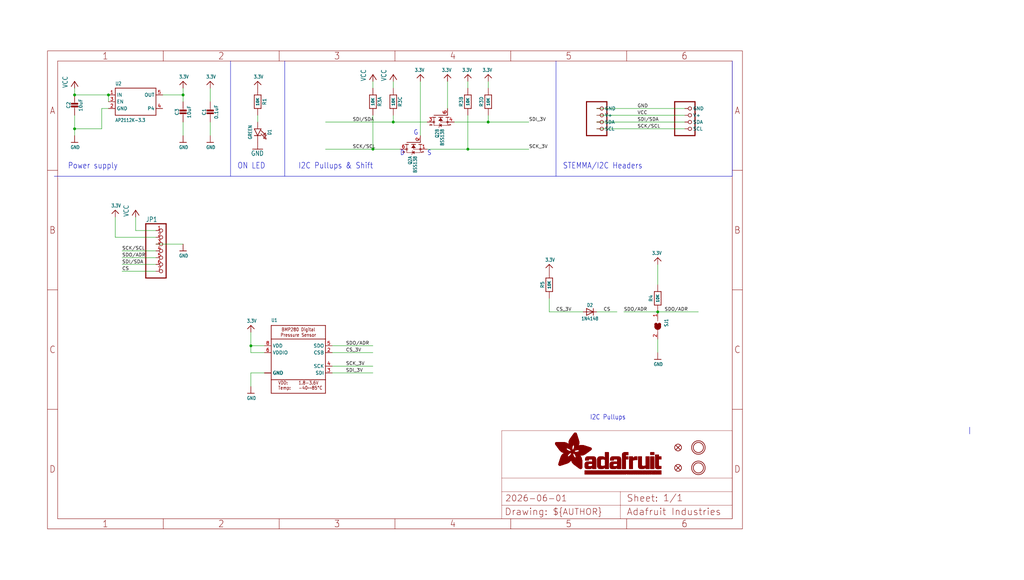
<source format=kicad_sch>
(kicad_sch (version 20230121) (generator eeschema)
  (paper "User" 383.616 217.322)
  (lib_symbols
    (symbol "Adafruit BMP280 STEMMA QT-eagle-import:3.3V" (power)
      (property "Value" "3.3V" (at -1.524 1.016 0))
      (symbol "3.3V_1_0"
        (pin power_in line (at 0 -2.54 90) (length 2.54) (name "3.3V") (number "1"))
      )
    )
    (symbol "Adafruit BMP280 STEMMA QT-eagle-import:BMP280_COMBO"
      (property "Reference" "U" (at -10.16 13.97 0))
      (symbol "BMP280_COMBO_1_0"
        (text "-40~~85°C" (at 0 -11.43 0) (effects (font (size 1.27 1.0795)) (justify left bottom)))
        (text "1.8-3.6V" (at 0 -9.525 0) (effects (font (size 1.27 1.0795)) (justify left bottom)))
        (text "BMP280 Digital\nPressure Sensor" (at 0 10.16 0) (effects (font (size 1.27 1.0795))))
        (text "Temp:" (at -7.62 -11.43 0) (effects (font (size 1.27 1.0795)) (justify left bottom)))
        (text "VDD:" (at -7.62 -9.525 0) (effects (font (size 1.27 1.0795)) (justify left bottom)))
        (pin power_in line (at -12.7 -5.08 0) (length 2.54) (name "GND") (number "1"))
        (pin input line (at 12.7 2.54 180) (length 2.54) (name "CSB") (number "2"))
        (pin input line (at 12.7 -5.08 180) (length 2.54) (name "SDI") (number "3"))
        (pin input line (at 12.7 -2.54 180) (length 2.54) (name "SCK") (number "4"))
        (pin output line (at 12.7 5.08 180) (length 2.54) (name "SDO") (number "5"))
        (pin power_in line (at -12.7 2.54 0) (length 2.54) (name "VDDIO") (number "6"))
        (pin power_in line (at -12.7 -5.08 0) (length 2.54) (name "GND") (number "7"))
        (pin power_in line (at -12.7 5.08 0) (length 2.54) (name "VDD") (number "8"))
      )
    )
    (symbol "Adafruit BMP280 STEMMA QT-eagle-import:CAP_CERAMIC0603_NO"
      (property "Reference" "C" (at -2.29 1.25 90))
      (symbol "CAP_CERAMIC0603_NO_1_0"
        (pin passive line (at 0 5.08 270) (length 2.54) (name "1") (number "1"))
        (pin passive line (at 0 -2.54 90) (length 2.54) (name "2") (number "2"))
      )
    )
    (symbol "Adafruit BMP280 STEMMA QT-eagle-import:CAP_CERAMIC0805-NOOUTLINE"
      (property "Reference" "C" (at -2.29 1.25 90))
      (symbol "CAP_CERAMIC0805-NOOUTLINE_1_0"
        (pin passive line (at 0 5.08 270) (length 2.54) (name "1") (number "1"))
        (pin passive line (at 0 -2.54 90) (length 2.54) (name "2") (number "2"))
      )
    )
    (symbol "Adafruit BMP280 STEMMA QT-eagle-import:DIODESOD-323"
      (property "Reference" "D" (at 0 2.54 0))
      (symbol "DIODESOD-323_1_0"
        (pin passive line (at -2.54 0 0) (length 2.54) (name "A") (number "A"))
        (pin passive line (at 2.54 0 180) (length 2.54) (name "C") (number "C"))
      )
    )
    (symbol "Adafruit BMP280 STEMMA QT-eagle-import:FIDUCIAL_1MM")
    (symbol "Adafruit BMP280 STEMMA QT-eagle-import:FRAME_A4_ADAFRUIT"
      (symbol "FRAME_A4_ADAFRUIT_1_0"
        (text "${#}/${##}" (at 230.505 10.16 0) (effects (font (size 2.54 2.54)) (justify left bottom)))
        (text "${AUTHOR}" (at 189.23 5.08 0) (effects (font (size 2.286 2.286)) (justify left bottom)))
        (text "${CURRENT_DATE}" (at 171.45 10.16 0) (effects (font (size 2.286 2.286)) (justify left bottom)))
        (text "${PROJECTNAME}" (at 171.45 15.24 0) (effects (font (size 2.54 2.54)) (justify left bottom)))
        (text "1" (at 21.6958 1.905 0) (effects (font (size 2.54 2.286))))
        (text "1" (at 21.6958 177.165 0) (effects (font (size 2.54 2.286))))
        (text "2" (at 65.0875 1.905 0) (effects (font (size 2.54 2.286))))
        (text "2" (at 65.0875 177.165 0) (effects (font (size 2.54 2.286))))
        (text "3" (at 108.4792 1.905 0) (effects (font (size 2.54 2.286))))
        (text "3" (at 108.4792 177.165 0) (effects (font (size 2.54 2.286))))
        (text "4" (at 151.8708 1.905 0) (effects (font (size 2.54 2.286))))
        (text "4" (at 151.8708 177.165 0) (effects (font (size 2.54 2.286))))
        (text "5" (at 195.2625 1.905 0) (effects (font (size 2.54 2.286))))
        (text "5" (at 195.2625 177.165 0) (effects (font (size 2.54 2.286))))
        (text "6" (at 238.6542 1.905 0) (effects (font (size 2.54 2.286))))
        (text "6" (at 238.6542 177.165 0) (effects (font (size 2.54 2.286))))
        (text "A" (at 1.905 156.6863 0) (effects (font (size 2.54 2.286))))
        (text "A" (at 258.445 156.6863 0) (effects (font (size 2.54 2.286))))
        (text "Adafruit Industries" (at 216.916 4.953 0) (effects (font (size 2.54 2.54)) (justify left bottom)))
        (text "B" (at 1.905 111.9188 0) (effects (font (size 2.54 2.286))))
        (text "B" (at 258.445 111.9188 0) (effects (font (size 2.54 2.286))))
        (text "C" (at 1.905 67.1513 0) (effects (font (size 2.54 2.286))))
        (text "C" (at 258.445 67.1513 0) (effects (font (size 2.54 2.286))))
        (text "D" (at 1.905 22.3838 0) (effects (font (size 2.54 2.286))))
        (text "D" (at 258.445 22.3838 0) (effects (font (size 2.54 2.286))))
        (text "Drawing:" (at 171.196 4.953 0) (effects (font (size 2.54 2.54)) (justify left bottom)))
        (text "Sheet:" (at 216.916 10.033 0) (effects (font (size 2.54 2.54)) (justify left bottom)))
      )
    )
    (symbol "Adafruit BMP280 STEMMA QT-eagle-import:GND" (power)
      (property "Value" "GND" (at -1.524 -2.54 0))
      (symbol "GND_1_0"
        (pin power_in line (at 0 2.54 270) (length 2.54) (name "GND") (number "1"))
      )
    )
    (symbol "Adafruit BMP280 STEMMA QT-eagle-import:HEADER-1X770MIL"
      (property "Reference" "JP" (at -6.35 10.795 0))
      (symbol "HEADER-1X770MIL_1_0"
        (pin passive inverted (at -2.54 7.62 0) (length 2.54) (name "1") (number "1"))
        (pin passive inverted (at -2.54 5.08 0) (length 2.54) (name "2") (number "2"))
        (pin passive inverted (at -2.54 2.54 0) (length 2.54) (name "3") (number "3"))
        (pin passive inverted (at -2.54 0 0) (length 2.54) (name "4") (number "4"))
        (pin passive inverted (at -2.54 -2.54 0) (length 2.54) (name "5") (number "5"))
        (pin passive inverted (at -2.54 -5.08 0) (length 2.54) (name "6") (number "6"))
        (pin passive inverted (at -2.54 -7.62 0) (length 2.54) (name "7") (number "7"))
      )
    )
    (symbol "Adafruit BMP280 STEMMA QT-eagle-import:LED0603_NOOUTLINE"
      (property "Reference" "D" (at -1.27 4.445 0))
      (symbol "LED0603_NOOUTLINE_1_0"
        (pin passive line (at -5.08 0 0) (length 2.54) (name "A") (number "A"))
        (pin passive line (at 2.54 0 180) (length 2.54) (name "C") (number "C"))
      )
    )
    (symbol "Adafruit BMP280 STEMMA QT-eagle-import:MOSFET-N_DUAL"
      (property "Reference" "Q" (at 5.08 0.635 0))
      (symbol "MOSFET-N_DUAL_1_0"
        (text "D" (at 3.175 3.175 0) (effects (font (size 0.8128 0.6908)) (justify left bottom)))
        (text "G" (at -1.27 -1.905 0) (effects (font (size 0.8128 0.6908)) (justify left bottom)))
        (text "S" (at 3.175 -3.81 0) (effects (font (size 0.8128 0.6908)) (justify left bottom)))
        (pin bidirectional line (at 2.54 -5.08 90) (length 2.54) (name "S") (number "1"))
        (pin bidirectional line (at -2.54 -2.54 0) (length 2.54) (name "G") (number "2"))
        (pin bidirectional line (at 2.54 5.08 270) (length 2.54) (name "D") (number "6"))
      )
      (symbol "MOSFET-N_DUAL_2_0"
        (text "D" (at 3.175 3.175 0) (effects (font (size 0.8128 0.6908)) (justify left bottom)))
        (text "G" (at -1.27 -1.905 0) (effects (font (size 0.8128 0.6908)) (justify left bottom)))
        (text "S" (at 3.175 -3.81 0) (effects (font (size 0.8128 0.6908)) (justify left bottom)))
        (pin bidirectional line (at 2.54 5.08 270) (length 2.54) (name "D") (number "3"))
        (pin bidirectional line (at 2.54 -5.08 90) (length 2.54) (name "S") (number "4"))
        (pin bidirectional line (at -2.54 -2.54 0) (length 2.54) (name "G") (number "5"))
      )
    )
    (symbol "Adafruit BMP280 STEMMA QT-eagle-import:MOUNTINGHOLE2.5")
    (symbol "Adafruit BMP280 STEMMA QT-eagle-import:RESISTOR_0603_NOOUT"
      (property "Reference" "R" (at 0 2.54 0))
      (symbol "RESISTOR_0603_NOOUT_1_0"
        (pin passive line (at -5.08 0 0) (length 2.54) (name "1") (number "1"))
        (pin passive line (at 5.08 0 180) (length 2.54) (name "2") (number "2"))
      )
    )
    (symbol "Adafruit BMP280 STEMMA QT-eagle-import:RESISTOR_4PACK"
      (property "Reference" "R" (at 0 2.54 0))
      (symbol "RESISTOR_4PACK_1_0"
        (pin passive line (at -5.08 0 0) (length 2.54) (name "1") (number "1"))
        (pin passive line (at 5.08 0 180) (length 2.54) (name "2") (number "8"))
      )
      (symbol "RESISTOR_4PACK_2_0"
        (pin passive line (at -5.08 0 0) (length 2.54) (name "1") (number "2"))
        (pin passive line (at 5.08 0 180) (length 2.54) (name "2") (number "7"))
      )
      (symbol "RESISTOR_4PACK_3_0"
        (pin passive line (at -5.08 0 0) (length 2.54) (name "1") (number "3"))
        (pin passive line (at 5.08 0 180) (length 2.54) (name "2") (number "6"))
      )
      (symbol "RESISTOR_4PACK_4_0"
        (pin passive line (at -5.08 0 0) (length 2.54) (name "1") (number "4"))
        (pin passive line (at 5.08 0 180) (length 2.54) (name "2") (number "5"))
      )
    )
    (symbol "Adafruit BMP280 STEMMA QT-eagle-import:SOLDERJUMPER"
      (property "Reference" "SJ" (at -2.54 2.54 0))
      (symbol "SOLDERJUMPER_1_0"
        (pin passive line (at -5.08 0 0) (length 2.54) (name "1") (number "1"))
        (pin passive line (at 5.08 0 180) (length 2.54) (name "2") (number "2"))
      )
    )
    (symbol "Adafruit BMP280 STEMMA QT-eagle-import:STEMMA_I2C_QT"
      (symbol "STEMMA_I2C_QT_1_0"
        (pin passive inverted (at 0 5.08 0) (length 2.54) (name "GND") (number "1"))
        (pin passive inverted (at 0 2.54 0) (length 2.54) (name "V+") (number "2"))
        (pin passive inverted (at 0 0 0) (length 2.54) (name "SDA") (number "3"))
        (pin passive inverted (at 0 -2.54 0) (length 2.54) (name "SCL") (number "4"))
      )
      (symbol "STEMMA_I2C_QT_2_0"
        (pin bidirectional line (at 0 0 0) (length 5.08) (name "MT") (number "MT1"))
      )
      (symbol "STEMMA_I2C_QT_3_0"
        (pin bidirectional line (at 0 0 0) (length 5.08) (name "MT") (number "MT2"))
      )
    )
    (symbol "Adafruit BMP280 STEMMA QT-eagle-import:VCC" (power)
      (property "Value" "VCC" (at -2.54 -2.54 90))
      (symbol "VCC_1_0"
        (pin power_in line (at 0 -2.54 90) (length 2.54) (name "VCC") (number "1"))
      )
    )
    (symbol "Adafruit BMP280 STEMMA QT-eagle-import:VREG_SOT23-5"
      (property "Reference" "U" (at -7.62 6.096 0))
      (symbol "VREG_SOT23-5_1_0"
        (pin power_in line (at -10.16 2.54 0) (length 2.54) (name "IN") (number "1"))
        (pin power_in line (at -10.16 -2.54 0) (length 2.54) (name "GND") (number "2"))
        (pin input line (at -10.16 0 0) (length 2.54) (name "EN") (number "3"))
        (pin bidirectional line (at 10.16 -2.54 180) (length 2.54) (name "P4") (number "4"))
        (pin power_in line (at 10.16 2.54 180) (length 2.54) (name "OUT") (number "5"))
      )
    )
    (symbol "Adafruit BMP280 STEMMA QT-eagle-import:supply1_GND" (power)
      (property "Value" "supply1_GND" (at -2.54 -2.54 0))
      (symbol "supply1_GND_1_0"
        (pin power_in line (at 0 2.54 270) (length 2.54) (name "GND") (number "1"))
      )
    )
  )
  (junction (at 182.88 45.72))
  (junction (at 27.94 48.26))
  (junction (at 175.26 55.88))
  (junction (at 93.98 129.54))
  (junction (at 68.58 35.56))
  (junction (at 139.7 55.88))
  (junction (at 246.38 116.84))
  (junction (at 27.94 35.56))
  (junction (at 147.32 45.72))
  (junction (at 40.64 35.56))
  (wire (pts (xy 139.7 137.16) (xy 124.46 137.16)) (stroke (width 0.1524)))
  (wire (pts (xy 175.26 33.02) (xy 175.26 30.48)) (stroke (width 0.1524)))
  (wire (pts (xy 40.64 35.56) (xy 27.94 35.56)) (stroke (width 0.1524)))
  (wire (pts (xy 93.98 129.54) (xy 93.98 124.46)) (stroke (width 0.1524)))
  (wire (pts (xy 96.52 45.72) (xy 96.52 43.18)) (stroke (width 0.1524)))
  (wire (pts (xy 68.58 35.56) (xy 68.58 38.1)) (stroke (width 0.1524)))
  (wire (pts (xy 246.38 106.68) (xy 246.38 99.06)) (stroke (width 0.1524)))
  (wire (pts (xy 256.54 45.72) (xy 223.52 45.72)) (stroke (width 0.1524)))
  (wire (pts (xy 157.48 50.8) (xy 157.48 30.48)) (stroke (width 0.1524)))
  (wire (pts (xy 246.38 132.08) (xy 246.38 127)) (stroke (width 0.1524)))
  (wire (pts (xy 160.02 45.72) (xy 147.32 45.72)) (stroke (width 0.1524)))
  (wire (pts (xy 27.94 48.26) (xy 27.94 43.18)) (stroke (width 0.1524)))
  (wire (pts (xy 58.42 99.06) (xy 45.72 99.06)) (stroke (width 0.1524)))
  (wire (pts (xy 256.54 40.64) (xy 223.52 40.64)) (stroke (width 0.1524)))
  (wire (pts (xy 149.86 55.88) (xy 139.7 55.88)) (stroke (width 0.1524)))
  (wire (pts (xy 139.7 30.48) (xy 139.7 33.02)) (stroke (width 0.1524)))
  (wire (pts (xy 139.7 129.54) (xy 124.46 129.54)) (stroke (width 0.1524)))
  (wire (pts (xy 50.8 86.36) (xy 50.8 81.28)) (stroke (width 0.1524)))
  (wire (pts (xy 40.64 38.1) (xy 40.64 35.56)) (stroke (width 0.1524)))
  (polyline (pts (xy 208.28 22.86) (xy 208.28 66.04)) (stroke (width 0.1524) (type solid)))
  (wire (pts (xy 147.32 43.18) (xy 147.32 45.72)) (stroke (width 0.1524)))
  (wire (pts (xy 58.42 86.36) (xy 50.8 86.36)) (stroke (width 0.1524)))
  (wire (pts (xy 139.7 55.88) (xy 121.92 55.88)) (stroke (width 0.1524)))
  (wire (pts (xy 99.06 132.08) (xy 93.98 132.08)) (stroke (width 0.1524)))
  (wire (pts (xy 160.02 55.88) (xy 175.26 55.88)) (stroke (width 0.1524)))
  (polyline (pts (xy 274.32 22.86) (xy 274.32 66.04)) (stroke (width 0.1524) (type solid)))
  (wire (pts (xy 58.42 88.9) (xy 43.18 88.9)) (stroke (width 0.1524)))
  (wire (pts (xy 58.42 101.6) (xy 45.72 101.6)) (stroke (width 0.1524)))
  (wire (pts (xy 218.44 116.84) (xy 205.74 116.84)) (stroke (width 0.1524)))
  (wire (pts (xy 68.58 35.56) (xy 68.58 33.02)) (stroke (width 0.1524)))
  (wire (pts (xy 147.32 33.02) (xy 147.32 30.48)) (stroke (width 0.1524)))
  (wire (pts (xy 139.7 43.18) (xy 139.7 55.88)) (stroke (width 0.1524)))
  (wire (pts (xy 182.88 43.18) (xy 182.88 45.72)) (stroke (width 0.1524)))
  (wire (pts (xy 124.46 139.7) (xy 139.7 139.7)) (stroke (width 0.1524)))
  (wire (pts (xy 124.46 132.08) (xy 139.7 132.08)) (stroke (width 0.1524)))
  (wire (pts (xy 38.1 40.64) (xy 38.1 48.26)) (stroke (width 0.1524)))
  (wire (pts (xy 68.58 45.72) (xy 68.58 50.8)) (stroke (width 0.1524)))
  (polyline (pts (xy 208.28 66.04) (xy 274.32 66.04)) (stroke (width 0.1524) (type solid)))
  (polyline (pts (xy 86.36 22.86) (xy 86.36 66.04)) (stroke (width 0.1524) (type solid)))
  (wire (pts (xy 170.18 45.72) (xy 182.88 45.72)) (stroke (width 0.1524)))
  (wire (pts (xy 223.52 116.84) (xy 231.14 116.84)) (stroke (width 0.1524)))
  (wire (pts (xy 167.64 40.64) (xy 167.64 30.48)) (stroke (width 0.1524)))
  (wire (pts (xy 175.26 43.18) (xy 175.26 55.88)) (stroke (width 0.1524)))
  (wire (pts (xy 147.32 45.72) (xy 121.92 45.72)) (stroke (width 0.1524)))
  (wire (pts (xy 205.74 116.84) (xy 205.74 111.76)) (stroke (width 0.1524)))
  (polyline (pts (xy 86.36 66.04) (xy 106.68 66.04)) (stroke (width 0.1524) (type solid)))
  (wire (pts (xy 93.98 132.08) (xy 93.98 129.54)) (stroke (width 0.1524)))
  (wire (pts (xy 223.52 48.26) (xy 256.54 48.26)) (stroke (width 0.1524)))
  (wire (pts (xy 43.18 88.9) (xy 43.18 81.28)) (stroke (width 0.1524)))
  (wire (pts (xy 78.74 33.02) (xy 78.74 38.1)) (stroke (width 0.1524)))
  (wire (pts (xy 99.06 129.54) (xy 93.98 129.54)) (stroke (width 0.1524)))
  (wire (pts (xy 246.38 116.84) (xy 261.62 116.84)) (stroke (width 0.1524)))
  (wire (pts (xy 58.42 91.44) (xy 68.58 91.44)) (stroke (width 0.1524)))
  (wire (pts (xy 78.74 45.72) (xy 78.74 50.8)) (stroke (width 0.1524)))
  (polyline (pts (xy 363.22 162.56) (xy 363.22 160.02)) (stroke (width 0.1524) (type solid)))
  (wire (pts (xy 40.64 40.64) (xy 38.1 40.64)) (stroke (width 0.1524)))
  (wire (pts (xy 58.42 96.52) (xy 45.72 96.52)) (stroke (width 0.1524)))
  (wire (pts (xy 38.1 48.26) (xy 27.94 48.26)) (stroke (width 0.1524)))
  (wire (pts (xy 58.42 93.98) (xy 45.72 93.98)) (stroke (width 0.1524)))
  (wire (pts (xy 27.94 33.02) (xy 27.94 35.56)) (stroke (width 0.1524)))
  (wire (pts (xy 27.94 48.26) (xy 27.94 50.8)) (stroke (width 0.1524)))
  (wire (pts (xy 182.88 33.02) (xy 182.88 30.48)) (stroke (width 0.1524)))
  (wire (pts (xy 223.52 43.18) (xy 256.54 43.18)) (stroke (width 0.1524)))
  (polyline (pts (xy 106.68 22.86) (xy 106.68 66.04)) (stroke (width 0.1524) (type solid)))
  (polyline (pts (xy 106.68 66.04) (xy 208.28 66.04)) (stroke (width 0.1524) (type solid)))
  (wire (pts (xy 246.38 116.84) (xy 233.68 116.84)) (stroke (width 0.1524)))
  (wire (pts (xy 99.06 139.7) (xy 93.98 139.7)) (stroke (width 0.1524)))
  (wire (pts (xy 175.26 55.88) (xy 198.12 55.88)) (stroke (width 0.1524)))
  (wire (pts (xy 182.88 45.72) (xy 198.12 45.72)) (stroke (width 0.1524)))
  (wire (pts (xy 93.98 139.7) (xy 93.98 144.78)) (stroke (width 0.1524)))
  (wire (pts (xy 60.96 35.56) (xy 68.58 35.56)) (stroke (width 0.1524)))
  (polyline (pts (xy 20.32 66.04) (xy 86.36 66.04)) (stroke (width 0.1524) (type solid)))
  (text "I2C Pullups" (at 220.98 157.48 0) (effects (font (size 1.778 1.5113)) (justify left bottom)))
  (text "I2C Pullups & Shift" (at 111.76 63.5 0) (effects (font (size 2.1844 1.8567)) (justify left bottom)))
  (text "D" (at 149.86 58.42 0) (effects (font (size 1.778 1.5113)) (justify left bottom)))
  (text "STEMMA/I2C Headers" (at 210.82 63.5 0) (effects (font (size 2.1844 1.8567)) (justify left bottom)))
  (text "ON LED" (at 88.9 63.5 0) (effects (font (size 2.1844 1.8567)) (justify left bottom)))
  (text "S" (at 160.02 58.42 0) (effects (font (size 1.778 1.5113)) (justify left bottom)))
  (text "Power supply" (at 25.4 63.5 0) (effects (font (size 2.1844 1.8567)) (justify left bottom)))
  (text "G" (at 154.94 50.8 0) (effects (font (size 1.778 1.5113)) (justify left bottom)))
  (label "SCK_3V" (at 198.12 55.88 0) (effects (font (size 1.2446 1.2446))))
  (label "CS" (at 226.06 116.84 0) (effects (font (size 1.2446 1.2446))))
  (label "SCK/SCL" (at 132.08 55.88 0) (effects (font (size 1.2446 1.2446))))
  (label "SDO/ADR" (at 45.72 96.52 0) (effects (font (size 1.2446 1.2446))))
  (label "SCK/SCL" (at 45.72 93.98 0) (effects (font (size 1.2446 1.2446))))
  (label "CS_3V" (at 208.28 116.84 0) (effects (font (size 1.2446 1.2446))))
  (label "SDO/ADR" (at 248.92 116.84 0) (effects (font (size 1.2446 1.2446))))
  (label "SDI/SDA" (at 45.72 99.06 0) (effects (font (size 1.2446 1.2446))))
  (label "CS_3V" (at 129.54 132.08 0) (effects (font (size 1.2446 1.2446))))
  (label "SCK/SCL" (at 238.76 48.26 0) (effects (font (size 1.2446 1.2446))))
  (label "SDO/ADR" (at 129.54 129.54 0) (effects (font (size 1.2446 1.2446))))
  (label "SCK_3V" (at 129.54 137.16 0) (effects (font (size 1.2446 1.2446))))
  (label "SDI/SDA" (at 238.76 45.72 0) (effects (font (size 1.2446 1.2446))))
  (label "SDO/ADR" (at 233.68 116.84 0) (effects (font (size 1.2446 1.2446))))
  (label "VCC" (at 238.76 43.18 0) (effects (font (size 1.2446 1.2446))))
  (label "CS" (at 45.72 101.6 0) (effects (font (size 1.2446 1.2446))))
  (label "SDI_3V" (at 129.54 139.7 0) (effects (font (size 1.2446 1.2446))))
  (label "GND" (at 238.76 40.64 0) (effects (font (size 1.2446 1.2446))))
  (label "SDI_3V" (at 198.12 45.72 0) (effects (font (size 1.2446 1.2446))))
  (label "SDI/SDA" (at 132.08 45.72 0) (effects (font (size 1.2446 1.2446))))
  (symbol (lib_id "Adafruit BMP280 STEMMA QT-eagle-import:RESISTOR_0603_NOOUT") (at 246.38 111.76 90) (unit 1)
    (property "Reference" "R4" (at 243.84 111.76 0))
    (property "Value" "10K" (at 246.38 111.76 0) (effects (font (size 1.016 1.016) bold)))
    (property "Footprint" "Adafruit BMP280 STEMMA QT:0603-NO" (effects hide))
  )
  (symbol (lib_id "Adafruit BMP280 STEMMA QT-eagle-import:VCC") (at 50.8 78.74 0) (unit 1)
    (property "Reference" "#P+4" (effects hide))
    (property "Value" "VCC" (at 48.26 81.28 90) (effects (font (size 1.778 1.5113)) (justify left bottom)))
  )
  (symbol (lib_id "Adafruit BMP280 STEMMA QT-eagle-import:3.3V") (at 157.48 27.94 0) (mirror y) (unit 1)
    (property "Reference" "#U$26" (effects hide))
    (property "Value" "3.3V" (at 159.004 26.924 0) (effects (font (size 1.27 1.0795)) (justify left bottom)))
  )
  (symbol (lib_id "Adafruit BMP280 STEMMA QT-eagle-import:GND") (at 93.98 147.32 0) (unit 1)
    (property "Reference" "#U$19" (effects hide))
    (property "Value" "GND" (at 92.456 149.86 0) (effects (font (size 1.27 1.0795)) (justify left bottom)))
  )
  (symbol (lib_id "Adafruit BMP280 STEMMA QT-eagle-import:3.3V") (at 43.18 78.74 0) (unit 1)
    (property "Reference" "#U$16" (effects hide))
    (property "Value" "3.3V" (at 41.656 77.724 0) (effects (font (size 1.27 1.0795)) (justify left bottom)))
  )
  (symbol (lib_id "Adafruit BMP280 STEMMA QT-eagle-import:HEADER-1X770MIL") (at 60.96 93.98 0) (unit 1)
    (property "Reference" "JP1" (at 54.61 83.185 0) (effects (font (size 1.778 1.5113)) (justify left bottom)))
    (property "Value" "HEADER-1X770MIL" (effects hide))
    (property "Footprint" "Adafruit BMP280 STEMMA QT:1X07_ROUND_70" (effects hide))
  )
  (symbol (lib_id "Adafruit BMP280 STEMMA QT-eagle-import:VCC") (at 27.94 30.48 0) (unit 1)
    (property "Reference" "#P+3" (effects hide))
    (property "Value" "VCC" (at 25.4 33.02 90) (effects (font (size 1.778 1.5113)) (justify left bottom)))
  )
  (symbol (lib_id "Adafruit BMP280 STEMMA QT-eagle-import:MOUNTINGHOLE2.5") (at 261.62 167.64 0) (unit 1)
    (property "Reference" "U$17" (effects hide))
    (property "Value" "MOUNTINGHOLE2.5" (effects hide))
    (property "Footprint" "Adafruit BMP280 STEMMA QT:MOUNTINGHOLE_2.5_PLATED" (effects hide))
  )
  (symbol (lib_id "Adafruit BMP280 STEMMA QT-eagle-import:GND") (at 78.74 53.34 0) (unit 1)
    (property "Reference" "#U$6" (effects hide))
    (property "Value" "GND" (at 77.216 55.88 0) (effects (font (size 1.27 1.0795)) (justify left bottom)))
  )
  (symbol (lib_id "Adafruit BMP280 STEMMA QT-eagle-import:GND") (at 68.58 93.98 0) (unit 1)
    (property "Reference" "#U$10" (effects hide))
    (property "Value" "GND" (at 67.056 96.52 0) (effects (font (size 1.27 1.0795)) (justify left bottom)))
  )
  (symbol (lib_id "Adafruit BMP280 STEMMA QT-eagle-import:GND") (at 246.38 134.62 0) (unit 1)
    (property "Reference" "#U$9" (effects hide))
    (property "Value" "GND" (at 244.856 137.16 0) (effects (font (size 1.27 1.0795)) (justify left bottom)))
  )
  (symbol (lib_id "Adafruit BMP280 STEMMA QT-eagle-import:RESISTOR_0603_NOOUT") (at 205.74 106.68 90) (unit 1)
    (property "Reference" "R5" (at 203.2 106.68 0))
    (property "Value" "10K" (at 205.74 106.68 0) (effects (font (size 1.016 1.016) bold)))
    (property "Footprint" "Adafruit BMP280 STEMMA QT:0603-NO" (effects hide))
  )
  (symbol (lib_id "Adafruit BMP280 STEMMA QT-eagle-import:RESISTOR_0603_NOOUT") (at 96.52 38.1 270) (unit 1)
    (property "Reference" "R1" (at 99.06 38.1 0))
    (property "Value" "10K" (at 96.52 38.1 0) (effects (font (size 1.016 1.016) bold)))
    (property "Footprint" "Adafruit BMP280 STEMMA QT:0603-NO" (effects hide))
  )
  (symbol (lib_id "Adafruit BMP280 STEMMA QT-eagle-import:3.3V") (at 93.98 121.92 0) (unit 1)
    (property "Reference" "#U$12" (effects hide))
    (property "Value" "3.3V" (at 92.456 120.904 0) (effects (font (size 1.27 1.0795)) (justify left bottom)))
  )
  (symbol (lib_id "Adafruit BMP280 STEMMA QT-eagle-import:3.3V") (at 78.74 30.48 0) (unit 1)
    (property "Reference" "#U$14" (effects hide))
    (property "Value" "3.3V" (at 77.216 29.464 0) (effects (font (size 1.27 1.0795)) (justify left bottom)))
  )
  (symbol (lib_id "Adafruit BMP280 STEMMA QT-eagle-import:MOSFET-N_DUAL") (at 165.1 43.18 90) (mirror x) (unit 2)
    (property "Reference" "Q2" (at 164.465 48.26 0) (effects (font (size 1.27 1.0795)) (justify left bottom)))
    (property "Value" "BSS138" (at 166.37 48.26 0) (effects (font (size 1.27 1.0795)) (justify left bottom)))
    (property "Footprint" "Adafruit BMP280 STEMMA QT:SOT363" (effects hide))
  )
  (symbol (lib_id "Adafruit BMP280 STEMMA QT-eagle-import:FRAME_A4_ADAFRUIT") (at 17.78 198.12 0) (unit 1)
    (property "Reference" "#U$18" (effects hide))
    (property "Value" "FRAME_A4_ADAFRUIT" (effects hide))
  )
  (symbol (lib_id "Adafruit BMP280 STEMMA QT-eagle-import:RESISTOR_4PACK") (at 139.7 38.1 270) (unit 1)
    (property "Reference" "R3" (at 142.24 38.1 0))
    (property "Value" "10K" (at 139.7 38.1 0) (effects (font (size 1.016 1.016) bold)))
    (property "Footprint" "Adafruit BMP280 STEMMA QT:RESPACK_4X0603" (effects hide))
  )
  (symbol (lib_id "Adafruit BMP280 STEMMA QT-eagle-import:3.3V") (at 175.26 27.94 0) (mirror y) (unit 1)
    (property "Reference" "#U$24" (effects hide))
    (property "Value" "3.3V" (at 176.784 26.924 0) (effects (font (size 1.27 1.0795)) (justify left bottom)))
  )
  (symbol (lib_id "Adafruit BMP280 STEMMA QT-eagle-import:3.3V") (at 182.88 27.94 0) (mirror y) (unit 1)
    (property "Reference" "#U$7" (effects hide))
    (property "Value" "3.3V" (at 184.404 26.924 0) (effects (font (size 1.27 1.0795)) (justify left bottom)))
  )
  (symbol (lib_id "Adafruit BMP280 STEMMA QT-eagle-import:STEMMA_I2C_QT") (at 223.52 45.72 0) (unit 1)
    (property "Reference" "CONN3" (effects hide))
    (property "Value" "STEMMA_I2C_QT" (effects hide))
    (property "Footprint" "Adafruit BMP280 STEMMA QT:JST_SH4" (effects hide))
  )
  (symbol (lib_id "Adafruit BMP280 STEMMA QT-eagle-import:GND") (at 27.94 53.34 0) (unit 1)
    (property "Reference" "#U$13" (effects hide))
    (property "Value" "GND" (at 26.416 55.88 0) (effects (font (size 1.27 1.0795)) (justify left bottom)))
  )
  (symbol (lib_id "Adafruit BMP280 STEMMA QT-eagle-import:RESISTOR_4PACK") (at 182.88 38.1 90) (mirror x) (unit 4)
    (property "Reference" "R3" (at 180.34 38.1 0))
    (property "Value" "10K" (at 182.88 38.1 0) (effects (font (size 1.016 1.016) bold)))
    (property "Footprint" "Adafruit BMP280 STEMMA QT:RESPACK_4X0603" (effects hide))
  )
  (symbol (lib_id "Adafruit BMP280 STEMMA QT-eagle-import:MOSFET-N_DUAL") (at 154.94 53.34 90) (mirror x) (unit 1)
    (property "Reference" "Q2" (at 154.305 58.42 0) (effects (font (size 1.27 1.0795)) (justify left bottom)))
    (property "Value" "BSS138" (at 156.21 58.42 0) (effects (font (size 1.27 1.0795)) (justify left bottom)))
    (property "Footprint" "Adafruit BMP280 STEMMA QT:SOT363" (effects hide))
  )
  (symbol (lib_id "Adafruit BMP280 STEMMA QT-eagle-import:VCC") (at 147.32 27.94 0) (unit 1)
    (property "Reference" "#P+2" (effects hide))
    (property "Value" "VCC" (at 144.78 30.48 90) (effects (font (size 1.778 1.5113)) (justify left bottom)))
  )
  (symbol (lib_id "Adafruit BMP280 STEMMA QT-eagle-import:MOUNTINGHOLE2.5") (at 261.62 175.26 0) (unit 1)
    (property "Reference" "U$1" (effects hide))
    (property "Value" "MOUNTINGHOLE2.5" (effects hide))
    (property "Footprint" "Adafruit BMP280 STEMMA QT:MOUNTINGHOLE_2.5_PLATED" (effects hide))
  )
  (symbol (lib_id "Adafruit BMP280 STEMMA QT-eagle-import:CAP_CERAMIC0805-NOOUTLINE") (at 27.94 40.64 0) (unit 1)
    (property "Reference" "C2" (at 25.65 39.39 90))
    (property "Value" "10uF" (at 30.24 39.39 90))
    (property "Footprint" "Adafruit BMP280 STEMMA QT:0805-NO" (effects hide))
  )
  (symbol (lib_id "Adafruit BMP280 STEMMA QT-eagle-import:RESISTOR_4PACK") (at 175.26 38.1 90) (mirror x) (unit 2)
    (property "Reference" "R3" (at 172.72 38.1 0))
    (property "Value" "10K" (at 175.26 38.1 0) (effects (font (size 1.016 1.016) bold)))
    (property "Footprint" "Adafruit BMP280 STEMMA QT:RESPACK_4X0603" (effects hide))
  )
  (symbol (lib_id "Adafruit BMP280 STEMMA QT-eagle-import:BMP280_COMBO") (at 111.76 134.62 0) (unit 1)
    (property "Reference" "U1" (at 101.6 120.65 0) (effects (font (size 1.27 1.0795)) (justify left bottom)))
    (property "Value" "BMP280_COMBO" (effects hide))
    (property "Footprint" "Adafruit BMP280 STEMMA QT:BMX280_COMBO" (effects hide))
  )
  (symbol (lib_id "Adafruit BMP280 STEMMA QT-eagle-import:3.3V") (at 246.38 96.52 0) (mirror y) (unit 1)
    (property "Reference" "#U$8" (effects hide))
    (property "Value" "3.3V" (at 247.904 95.504 0) (effects (font (size 1.27 1.0795)) (justify left bottom)))
  )
  (symbol (lib_id "Adafruit BMP280 STEMMA QT-eagle-import:SOLDERJUMPER") (at 246.38 121.92 270) (unit 1)
    (property "Reference" "SJ1" (at 248.92 119.38 0) (effects (font (size 1.27 1.0795)) (justify left bottom)))
    (property "Value" "SOLDERJUMPER" (effects hide))
    (property "Footprint" "Adafruit BMP280 STEMMA QT:SOLDERJUMPER_ARROW_NOPASTE" (effects hide))
  )
  (symbol (lib_id "Adafruit BMP280 STEMMA QT-eagle-import:FIDUCIAL_1MM") (at 254 175.26 0) (unit 1)
    (property "Reference" "FID3" (effects hide))
    (property "Value" "FIDUCIAL_1MM" (effects hide))
    (property "Footprint" "Adafruit BMP280 STEMMA QT:FIDUCIAL_1MM" (effects hide))
  )
  (symbol (lib_id "Adafruit BMP280 STEMMA QT-eagle-import:3.3V") (at 167.64 27.94 0) (mirror y) (unit 1)
    (property "Reference" "#U$23" (effects hide))
    (property "Value" "3.3V" (at 169.164 26.924 0) (effects (font (size 1.27 1.0795)) (justify left bottom)))
  )
  (symbol (lib_id "Adafruit BMP280 STEMMA QT-eagle-import:DIODESOD-323") (at 220.98 116.84 0) (unit 1)
    (property "Reference" "D2" (at 220.98 114.3 0) (effects (font (size 1.27 1.0795))))
    (property "Value" "1N4148" (at 220.98 119.34 0) (effects (font (size 1.27 1.0795))))
    (property "Footprint" "Adafruit BMP280 STEMMA QT:SOD-323" (effects hide))
  )
  (symbol (lib_id "Adafruit BMP280 STEMMA QT-eagle-import:GND") (at 68.58 53.34 0) (unit 1)
    (property "Reference" "#U$5" (effects hide))
    (property "Value" "GND" (at 67.056 55.88 0) (effects (font (size 1.27 1.0795)) (justify left bottom)))
  )
  (symbol (lib_id "Adafruit BMP280 STEMMA QT-eagle-import:LED0603_NOOUTLINE") (at 96.52 50.8 270) (unit 1)
    (property "Reference" "D1" (at 100.965 49.53 0) (effects (font (size 1.27 1.0795))))
    (property "Value" "GREEN" (at 93.726 49.53 0) (effects (font (size 1.27 1.0795))))
    (property "Footprint" "Adafruit BMP280 STEMMA QT:CHIPLED_0603_NOOUTLINE" (effects hide))
  )
  (symbol (lib_id "Adafruit BMP280 STEMMA QT-eagle-import:supply1_GND") (at 96.52 55.88 0) (unit 1)
    (property "Reference" "#GND6" (effects hide))
    (property "Value" "GND" (at 93.98 58.42 0) (effects (font (size 1.778 1.5113)) (justify left bottom)))
  )
  (symbol (lib_id "Adafruit BMP280 STEMMA QT-eagle-import:CAP_CERAMIC0805-NOOUTLINE") (at 68.58 43.18 0) (unit 1)
    (property "Reference" "C3" (at 66.29 41.93 90))
    (property "Value" "10uF" (at 70.88 41.93 90))
    (property "Footprint" "Adafruit BMP280 STEMMA QT:0805-NO" (effects hide))
  )
  (symbol (lib_id "Adafruit BMP280 STEMMA QT-eagle-import:VCC") (at 139.7 27.94 0) (unit 1)
    (property "Reference" "#P+1" (effects hide))
    (property "Value" "VCC" (at 137.16 30.48 90) (effects (font (size 1.778 1.5113)) (justify left bottom)))
  )
  (symbol (lib_id "Adafruit BMP280 STEMMA QT-eagle-import:VREG_SOT23-5") (at 50.8 38.1 0) (unit 1)
    (property "Reference" "U2" (at 43.18 32.004 0) (effects (font (size 1.27 1.0795)) (justify left bottom)))
    (property "Value" "AP2112K-3.3" (at 43.18 45.72 0) (effects (font (size 1.27 1.0795)) (justify left bottom)))
    (property "Footprint" "Adafruit BMP280 STEMMA QT:SOT23-5" (effects hide))
  )
  (symbol (lib_id "Adafruit BMP280 STEMMA QT-eagle-import:3.3V") (at 205.74 99.06 0) (unit 1)
    (property "Reference" "#U$42" (effects hide))
    (property "Value" "3.3V" (at 204.216 98.044 0) (effects (font (size 1.27 1.0795)) (justify left bottom)))
  )
  (symbol (lib_id "Adafruit BMP280 STEMMA QT-eagle-import:CAP_CERAMIC0603_NO") (at 78.74 43.18 0) (unit 1)
    (property "Reference" "C1" (at 76.45 41.93 90))
    (property "Value" "0.1uF" (at 81.04 41.93 90))
    (property "Footprint" "Adafruit BMP280 STEMMA QT:0603-NO" (effects hide))
  )
  (symbol (lib_id "Adafruit BMP280 STEMMA QT-eagle-import:STEMMA_I2C_QT") (at 256.54 45.72 0) (unit 1)
    (property "Reference" "CONN4" (effects hide))
    (property "Value" "STEMMA_I2C_QT" (effects hide))
    (property "Footprint" "Adafruit BMP280 STEMMA QT:JST_SH4" (effects hide))
  )
  (symbol (lib_id "Adafruit BMP280 STEMMA QT-eagle-import:3.3V") (at 96.52 30.48 0) (unit 1)
    (property "Reference" "#U$3" (effects hide))
    (property "Value" "3.3V" (at 94.996 29.464 0) (effects (font (size 1.27 1.0795)) (justify left bottom)))
  )
  (symbol (lib_id "Adafruit BMP280 STEMMA QT-eagle-import:3.3V") (at 68.58 30.48 0) (unit 1)
    (property "Reference" "#U$15" (effects hide))
    (property "Value" "3.3V" (at 67.056 29.464 0) (effects (font (size 1.27 1.0795)) (justify left bottom)))
  )
  (symbol (lib_id "Adafruit BMP280 STEMMA QT-eagle-import:RESISTOR_4PACK") (at 147.32 38.1 270) (unit 3)
    (property "Reference" "R3" (at 149.86 38.1 0))
    (property "Value" "10K" (at 147.32 38.1 0) (effects (font (size 1.016 1.016) bold)))
    (property "Footprint" "Adafruit BMP280 STEMMA QT:RESPACK_4X0603" (effects hide))
  )
  (symbol (lib_id "Adafruit BMP280 STEMMA QT-eagle-import:FIDUCIAL_1MM") (at 254 167.64 0) (unit 1)
    (property "Reference" "FID4" (effects hide))
    (property "Value" "FIDUCIAL_1MM" (effects hide))
    (property "Footprint" "Adafruit BMP280 STEMMA QT:FIDUCIAL_1MM" (effects hide))
  )
)
</source>
